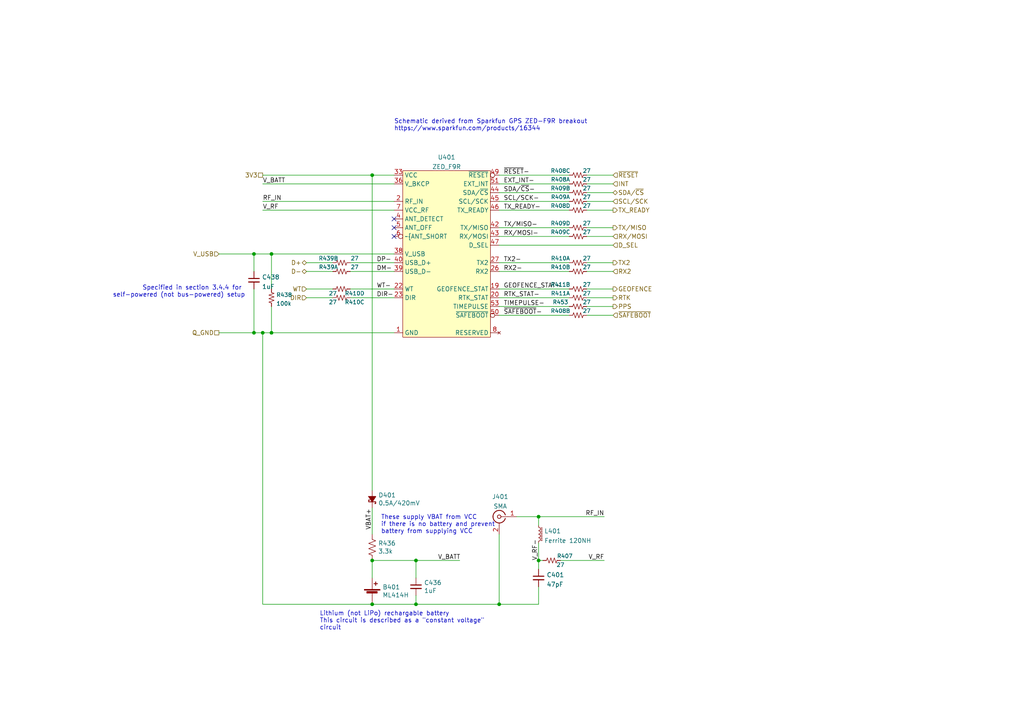
<source format=kicad_sch>
(kicad_sch (version 20211123) (generator eeschema)
  (paper "A4")
  (lib_symbols
    (symbol "Connector:Conn_Coaxial" (pin_names (offset 1.016) hide)
      (property "Reference" "J" (at 0.254 3.048 0))
      (property "Value" "Conn_Coaxial" (at 2.921 0 90))
      (symbol "Conn_Coaxial_0_1"
        (arc (start -1.778 -0.508) (mid 0.222 -1.808) (end 1.778 0) (stroke (width 0.254)))
        (polyline (pts (xy -2.54 0) (xy -0.508 0)))
        (polyline (pts (xy 0 -2.54) (xy 0 -1.778)))
        (circle (center 0 0) (radius 0.508) (stroke (width 0.2032)))
        (arc (start 1.778 0) (mid 0.222 1.8083) (end -1.778 0.508) (stroke (width 0.254)))
      )
      (symbol "Conn_Coaxial_1_1"
        (pin passive line (at -5.08 0 0) (length 2.54) (name "In") (number "1"))
        (pin passive line (at 0 -5.08 90) (length 2.54) (name "Ext") (number "2"))
      )
    )
    (symbol "Device:Battery_Cell" (pin_numbers hide) (pin_names (offset 0) hide)
      (property "Reference" "BT" (at 2.54 2.54 0))
      (property "Value" "Battery_Cell" (at 2.54 0 0))
      (symbol "Battery_Cell_0_1"
        (rectangle (start -2.286 1.778) (end 2.286 1.524) (fill (type outline)))
        (rectangle (start -1.5748 1.1938) (end 1.4732 0.6858) (fill (type outline)))
        (polyline (pts (xy 0 0.762) (xy 0 0)))
        (polyline (pts (xy 0 1.778) (xy 0 2.54)))
        (polyline (pts (xy 0.508 3.429) (xy 1.524 3.429)) (stroke (width 0.254)))
        (polyline (pts (xy 1.016 3.937) (xy 1.016 2.921)) (stroke (width 0.254)))
      )
      (symbol "Battery_Cell_1_1"
        (pin passive line (at 0 5.08 270) (length 2.54) (name "+") (number "1"))
        (pin passive line (at 0 -2.54 90) (length 2.54) (name "-") (number "2"))
      )
    )
    (symbol "Device:C_Small" (pin_numbers hide) (pin_names (offset 0.254) hide)
      (property "Reference" "C" (at 0.254 1.778 0))
      (property "Value" "C_Small" (at 0.254 -2.032 0))
      (symbol "C_Small_0_1"
        (polyline (pts (xy -1.524 -0.508) (xy 1.524 -0.508)) (stroke (width 0.3302)))
        (polyline (pts (xy -1.524 0.508) (xy 1.524 0.508)) (stroke (width 0.3048)))
      )
      (symbol "C_Small_1_1"
        (pin passive line (at 0 2.54 270) (length 2.032) (name "~") (number "1"))
        (pin passive line (at 0 -2.54 90) (length 2.032) (name "~") (number "2"))
      )
    )
    (symbol "Device:D_Schottky_Small_Filled" (pin_numbers hide) (pin_names (offset 0.254) hide)
      (property "Reference" "D" (at -1.27 2.032 0))
      (property "Value" "D_Schottky_Small_Filled" (at -7.112 -2.032 0))
      (symbol "D_Schottky_Small_Filled_0_1"
        (polyline (pts (xy -0.762 0) (xy 0.762 0)))
        (polyline (pts (xy 0.762 -1.016) (xy -0.762 0) (xy 0.762 1.016) (xy 0.762 -1.016)) (stroke (width 0.254)) (fill (type outline)))
        (polyline (pts (xy -1.27 0.762) (xy -1.27 1.016) (xy -0.762 1.016) (xy -0.762 -1.016) (xy -0.254 -1.016) (xy -0.254 -0.762)) (stroke (width 0.254)))
      )
      (symbol "D_Schottky_Small_Filled_1_1"
        (pin passive line (at -2.54 0 0) (length 1.778) (name "K") (number "1"))
        (pin passive line (at 2.54 0 180) (length 1.778) (name "A") (number "2"))
      )
    )
    (symbol "Device:L_Ferrite_Small" (pin_numbers hide) (pin_names (offset 0.254) hide)
      (property "Reference" "L" (at 1.27 1.016 0))
      (property "Value" "L_Ferrite_Small" (at 1.27 -1.27 0))
      (symbol "L_Ferrite_Small_0_1"
        (arc (start 0 -2.032) (mid 0.508 -1.524) (end 0 -1.016))
        (arc (start 0 -1.016) (mid 0.508 -0.508) (end 0 0))
        (polyline (pts (xy 0.762 -1.905) (xy 0.762 -1.651)))
        (polyline (pts (xy 0.762 -1.397) (xy 0.762 -1.143)))
        (polyline (pts (xy 0.762 -0.889) (xy 0.762 -0.635)))
        (polyline (pts (xy 0.762 -0.381) (xy 0.762 -0.127)))
        (polyline (pts (xy 0.762 0.127) (xy 0.762 0.381)))
        (polyline (pts (xy 0.762 0.635) (xy 0.762 0.889)))
        (polyline (pts (xy 0.762 1.143) (xy 0.762 1.397)))
        (polyline (pts (xy 0.762 1.651) (xy 0.762 1.905)))
        (polyline (pts (xy 1.016 -1.651) (xy 1.016 -1.905)))
        (polyline (pts (xy 1.016 -1.143) (xy 1.016 -1.397)))
        (polyline (pts (xy 1.016 -0.635) (xy 1.016 -0.889)))
        (polyline (pts (xy 1.016 -0.127) (xy 1.016 -0.381)))
        (polyline (pts (xy 1.016 0.381) (xy 1.016 0.127)))
        (polyline (pts (xy 1.016 0.889) (xy 1.016 0.635)))
        (polyline (pts (xy 1.016 1.397) (xy 1.016 1.143)))
        (polyline (pts (xy 1.016 1.905) (xy 1.016 1.651)))
        (arc (start 0 0) (mid 0.508 0.508) (end 0 1.016))
        (arc (start 0 1.016) (mid 0.508 1.524) (end 0 2.032))
      )
      (symbol "L_Ferrite_Small_1_1"
        (pin passive line (at 0 2.54 270) (length 0.508) (name "~") (number "1"))
        (pin passive line (at 0 -2.54 90) (length 0.508) (name "~") (number "2"))
      )
    )
    (symbol "Device:R_US" (pin_numbers hide) (pin_names (offset 0))
      (property "Reference" "R" (at 2.54 0 90))
      (property "Value" "R_US" (at -2.54 0 90))
      (symbol "R_US_0_1"
        (polyline (pts (xy 0 -2.286) (xy 0 -2.54)))
        (polyline (pts (xy 0 2.286) (xy 0 2.54)))
        (polyline (pts (xy 0 -0.762) (xy 1.016 -1.143) (xy 0 -1.524) (xy -1.016 -1.905) (xy 0 -2.286)))
        (polyline (pts (xy 0 0.762) (xy 1.016 0.381) (xy 0 0) (xy -1.016 -0.381) (xy 0 -0.762)))
        (polyline (pts (xy 0 2.286) (xy 1.016 1.905) (xy 0 1.524) (xy -1.016 1.143) (xy 0 0.762)))
      )
      (symbol "R_US_1_1"
        (pin passive line (at 0 3.81 270) (length 1.27) (name "~") (number "1"))
        (pin passive line (at 0 -3.81 90) (length 1.27) (name "~") (number "2"))
      )
    )
    (symbol "KwanSystems:RESISTOR" (pin_numbers hide) (pin_names (offset 1.016) hide)
      (property "Reference" "R" (at -1.27 1.27 0))
      (property "Value" "RESISTOR" (at -1.27 -2.54 0))
      (symbol "RESISTOR_0_1"
        (polyline (pts (xy 0 0) (xy -0.254 0.762) (xy -0.762 -0.762) (xy -1.27 0.762) (xy -1.524 0)))
        (polyline (pts (xy 0 0) (xy 0.254 -0.762) (xy 0.762 0.762) (xy 1.27 -0.762) (xy 1.524 0)))
      )
      (symbol "RESISTOR_1_1"
        (pin passive line (at -2.54 0 0) (length 0.9906) (name "1") (number "1"))
        (pin passive line (at 2.54 0 180) (length 0.9906) (name "2") (number "2"))
      )
    )
    (symbol "KwanSystems:RP2" (pin_numbers hide) (pin_names (offset 0) hide)
      (property "Reference" "R" (at -1.27 1.27 0))
      (property "Value" "RP2" (at -1.27 -2.54 0))
      (symbol "RP2_0_1"
        (polyline (pts (xy 0 0) (xy -0.254 0.762) (xy -0.762 -0.762) (xy -1.27 0.762) (xy -1.524 0)))
        (polyline (pts (xy 0 0) (xy 0.254 -0.762) (xy 0.762 0.762) (xy 1.27 -0.762) (xy 1.524 0)))
      )
      (symbol "RP2_1_1"
        (pin passive line (at -2.54 0 0) (length 0.9906) (name "4") (number "1"))
        (pin passive line (at 2.54 0 180) (length 0.9906) (name "3") (number "4"))
      )
      (symbol "RP2_2_1"
        (pin passive line (at -2.54 0 0) (length 0.9906) (name "4") (number "2"))
        (pin passive line (at 2.54 0 180) (length 0.9906) (name "3") (number "3"))
      )
    )
    (symbol "KwanSystems:RP4" (pin_numbers hide) (pin_names (offset 0) hide)
      (property "Reference" "R" (at -1.27 1.27 0))
      (property "Value" "RP4" (at -1.27 -2.54 0))
      (symbol "RP4_0_1"
        (polyline (pts (xy 0 0) (xy -0.254 0.762) (xy -0.762 -0.762) (xy -1.27 0.762) (xy -1.524 0)))
        (polyline (pts (xy 0 0) (xy 0.254 -0.762) (xy 0.762 0.762) (xy 1.27 -0.762) (xy 1.524 0)))
      )
      (symbol "RP4_1_1"
        (pin passive line (at -2.54 0 0) (length 0.9906) (name "4") (number "1"))
        (pin passive line (at 2.54 0 180) (length 0.9906) (name "5") (number "8"))
      )
      (symbol "RP4_2_1"
        (pin passive line (at -2.54 0 0) (length 0.9906) (name "4") (number "2"))
        (pin passive line (at 2.54 0 180) (length 0.9906) (name "5") (number "7"))
      )
      (symbol "RP4_3_1"
        (pin passive line (at -2.54 0 0) (length 0.9906) (name "4") (number "3"))
        (pin passive line (at 2.54 0 180) (length 0.9906) (name "5") (number "6"))
      )
      (symbol "RP4_4_1"
        (pin passive line (at -2.54 0 0) (length 0.9906) (name "4") (number "4"))
        (pin passive line (at 2.54 0 180) (length 0.9906) (name "5") (number "5"))
      )
    )
    (symbol "KwanSystems:ZED_F9R"
      (property "Reference" "U401" (at 0 17.8857 0))
      (property "Value" "ZED_F9R" (at 0 15.1106 0))
      (symbol "ZED_F9R_0_1"
        (rectangle (start -12.7 13.97) (end 12.7 -34.29) (stroke (width 0.1524)) (fill (type background)))
      )
      (symbol "ZED_F9R_1_1"
        (pin passive line (at -15.24 -33.02 0) (length 2.54) (name "GND") (number "1"))
        (pin no_connect line (at 15.24 -33.02 180) (length 2.54) hide (name "RESERVED") (number "10"))
        (pin no_connect line (at 15.24 -33.02 180) (length 2.54) hide (name "RESERVED") (number "11"))
        (pin passive line (at -15.24 -33.02 0) (length 2.54) hide (name "GND") (number "12"))
        (pin no_connect line (at 15.24 -33.02 180) (length 2.54) hide (name "RESERVED") (number "13"))
        (pin passive line (at -15.24 -33.02 0) (length 2.54) hide (name "GND") (number "14"))
        (pin no_connect line (at 15.24 -33.02 180) (length 2.54) hide (name "RESERVED") (number "15"))
        (pin no_connect line (at 15.24 -33.02 180) (length 2.54) hide (name "RESERVED") (number "16"))
        (pin no_connect line (at 15.24 -33.02 180) (length 2.54) hide (name "RESERVED") (number "17"))
        (pin no_connect line (at 15.24 -33.02 180) (length 2.54) hide (name "RESERVED") (number "18"))
        (pin output line (at 15.24 -20.32 180) (length 2.54) (name "GEOFENCE_STAT") (number "19"))
        (pin input line (at -15.24 5.08 0) (length 2.54) (name "RF_IN") (number "2"))
        (pin output line (at 15.24 -22.86 180) (length 2.54) (name "RTK_STAT") (number "20"))
        (pin no_connect line (at 15.24 -33.02 180) (length 2.54) hide (name "RESERVED") (number "21"))
        (pin input line (at -15.24 -20.32 0) (length 2.54) (name "WT") (number "22"))
        (pin input line (at -15.24 -22.86 0) (length 2.54) (name "DIR") (number "23"))
        (pin no_connect line (at 15.24 -33.02 180) (length 2.54) hide (name "RESERVED") (number "24"))
        (pin no_connect line (at 15.24 -33.02 180) (length 2.54) hide (name "RESERVED") (number "25"))
        (pin input line (at 15.24 -15.24 180) (length 2.54) (name "RX2") (number "26"))
        (pin output line (at 15.24 -12.7 180) (length 2.54) (name "TX2") (number "27"))
        (pin no_connect line (at 15.24 -33.02 180) (length 2.54) hide (name "RESERVED") (number "28"))
        (pin no_connect line (at 15.24 -33.02 180) (length 2.54) hide (name "RESERVED") (number "29"))
        (pin passive line (at -15.24 -33.02 0) (length 2.54) hide (name "GND") (number "3"))
        (pin no_connect line (at 15.24 -33.02 180) (length 2.54) hide (name "RESERVED") (number "30"))
        (pin no_connect line (at 15.24 -33.02 180) (length 2.54) hide (name "RESERVED") (number "31"))
        (pin passive line (at -15.24 -33.02 0) (length 2.54) hide (name "GND") (number "32"))
        (pin passive line (at -15.24 12.7 0) (length 2.54) (name "VCC") (number "33"))
        (pin passive line (at -15.24 12.7 0) (length 2.54) hide (name "VCC") (number "34"))
        (pin no_connect line (at 15.24 -33.02 180) (length 2.54) hide (name "RESERVED") (number "35"))
        (pin passive line (at -15.24 10.16 0) (length 2.54) (name "V_BKCP") (number "36"))
        (pin passive line (at -15.24 -33.02 0) (length 2.54) hide (name "GND") (number "37"))
        (pin input line (at -15.24 -10.16 0) (length 2.54) (name "V_USB") (number "38"))
        (pin bidirectional line (at -15.24 -15.24 0) (length 2.54) (name "USB_D-") (number "39"))
        (pin input line (at -15.24 0 0) (length 2.54) (name "ANT_DETECT") (number "4"))
        (pin bidirectional line (at -15.24 -12.7 0) (length 2.54) (name "USB_D+") (number "40"))
        (pin passive line (at -15.24 -33.02 0) (length 2.54) hide (name "GND") (number "41"))
        (pin output line (at 15.24 -2.54 180) (length 2.54) (name "TX/MISO") (number "42"))
        (pin input line (at 15.24 -5.08 180) (length 2.54) (name "RX/MOSI") (number "43"))
        (pin bidirectional line (at 15.24 7.62 180) (length 2.54) (name "SDA/~{CS}") (number "44"))
        (pin bidirectional line (at 15.24 5.08 180) (length 2.54) (name "SCL/SCK") (number "45"))
        (pin output line (at 15.24 2.54 180) (length 2.54) (name "TX_READY") (number "46"))
        (pin input line (at 15.24 -7.62 180) (length 2.54) (name "D_SEL") (number "47"))
        (pin passive line (at -15.24 -33.02 0) (length 2.54) hide (name "GND") (number "48"))
        (pin input inverted (at 15.24 12.7 180) (length 2.54) (name "~{RESET}") (number "49"))
        (pin output line (at -15.24 -2.54 0) (length 2.54) (name "ANT_OFF") (number "5"))
        (pin input inverted (at 15.24 -27.94 180) (length 2.54) (name "~{SAFEBOOT}") (number "50"))
        (pin input line (at 15.24 10.16 180) (length 2.54) (name "EXT_INT") (number "51"))
        (pin no_connect line (at 15.24 -33.02 180) (length 2.54) hide (name "RESERVED") (number "52"))
        (pin output line (at 15.24 -25.4 180) (length 2.54) (name "TIMEPULSE") (number "53"))
        (pin no_connect line (at 15.24 -33.02 180) (length 2.54) hide (name "RESERVED") (number "54"))
        (pin input inverted (at -15.24 -5.08 0) (length 2.54) (name "~{ANT_SHORT") (number "6"))
        (pin output line (at -15.24 2.54 0) (length 2.54) (name "VCC_RF") (number "7"))
        (pin no_connect line (at 15.24 -33.02 180) (length 2.54) (name "RESERVED") (number "8"))
        (pin no_connect line (at 15.24 -33.02 180) (length 2.54) hide (name "RESERVED") (number "9"))
        (pin passive line (at -15.24 -33.02 0) (length 2.54) hide (name "GND") (number "PAD"))
      )
    )
  )
  (junction (at 156.21 162.56))
  (junction (at 73.66 96.52))
  (junction (at 107.95 175.26))
  (junction (at 107.95 162.56))
  (junction (at 120.65 162.56))
  (junction (at 120.65 175.26))
  (junction (at 107.95 50.8))
  (junction (at 76.2 96.52))
  (junction (at 156.21 149.86))
  (junction (at 78.74 73.66))
  (junction (at 73.66 73.66))
  (junction (at 144.78 175.26))
  (junction (at 78.74 96.52))
  (no_connect (at 114.3 68.58))
  (no_connect (at 114.3 63.5))
  (no_connect (at 114.3 66.04))
  (wire (pts (xy 107.95 50.8) (xy 114.3 50.8)))
  (wire (pts (xy 170.18 50.8) (xy 177.8 50.8)))
  (wire (pts (xy 78.74 88.9) (xy 78.74 96.52)))
  (wire (pts (xy 76.2 96.52) (xy 78.74 96.52)))
  (wire (pts (xy 170.18 68.58) (xy 177.8 68.58)))
  (wire (pts (xy 88.9 83.82) (xy 96.52 83.82)))
  (wire (pts (xy 165.1 86.36) (xy 144.78 86.36)))
  (wire (pts (xy 63.5 73.66) (xy 73.66 73.66)))
  (wire (pts (xy 78.74 73.66) (xy 78.74 83.82)))
  (wire (pts (xy 170.18 60.96) (xy 177.8 60.96)))
  (wire (pts (xy 144.78 71.12) (xy 177.8 71.12)))
  (wire (pts (xy 165.1 78.74) (xy 144.78 78.74)))
  (wire (pts (xy 76.2 53.34) (xy 114.3 53.34)))
  (wire (pts (xy 170.18 86.36) (xy 177.8 86.36)))
  (wire (pts (xy 63.5 96.52) (xy 73.66 96.52)))
  (wire (pts (xy 170.18 55.88) (xy 177.8 55.88)))
  (wire (pts (xy 120.65 162.56) (xy 133.35 162.56)))
  (wire (pts (xy 170.18 58.42) (xy 177.8 58.42)))
  (wire (pts (xy 144.78 60.96) (xy 165.1 60.96)))
  (wire (pts (xy 157.48 162.56) (xy 156.21 162.56)))
  (wire (pts (xy 114.3 76.2) (xy 101.6 76.2)))
  (wire (pts (xy 78.74 73.66) (xy 114.3 73.66)))
  (wire (pts (xy 144.78 68.58) (xy 165.1 68.58)))
  (wire (pts (xy 170.18 53.34) (xy 177.8 53.34)))
  (wire (pts (xy 170.18 91.44) (xy 177.8 91.44)))
  (wire (pts (xy 107.95 50.8) (xy 107.95 142.24)))
  (wire (pts (xy 170.18 76.2) (xy 177.8 76.2)))
  (wire (pts (xy 78.74 96.52) (xy 114.3 96.52)))
  (wire (pts (xy 170.18 83.82) (xy 177.8 83.82)))
  (wire (pts (xy 149.86 149.86) (xy 156.21 149.86)))
  (wire (pts (xy 162.56 162.56) (xy 175.26 162.56)))
  (wire (pts (xy 120.65 175.26) (xy 120.65 172.72)))
  (wire (pts (xy 88.9 76.2) (xy 96.52 76.2)))
  (wire (pts (xy 165.1 88.9) (xy 144.78 88.9)))
  (wire (pts (xy 76.2 60.96) (xy 114.3 60.96)))
  (wire (pts (xy 73.66 73.66) (xy 73.66 78.74)))
  (wire (pts (xy 73.66 83.82) (xy 73.66 96.52)))
  (wire (pts (xy 156.21 162.56) (xy 156.21 157.48)))
  (wire (pts (xy 88.9 86.36) (xy 96.52 86.36)))
  (wire (pts (xy 107.95 147.32) (xy 107.95 154.94)))
  (wire (pts (xy 114.3 83.82) (xy 101.6 83.82)))
  (wire (pts (xy 156.21 149.86) (xy 175.26 149.86)))
  (wire (pts (xy 120.65 162.56) (xy 120.65 167.64)))
  (wire (pts (xy 165.1 83.82) (xy 144.78 83.82)))
  (wire (pts (xy 156.21 175.26) (xy 144.78 175.26)))
  (wire (pts (xy 73.66 96.52) (xy 76.2 96.52)))
  (wire (pts (xy 107.95 167.64) (xy 107.95 162.56)))
  (wire (pts (xy 73.66 73.66) (xy 78.74 73.66)))
  (wire (pts (xy 170.18 88.9) (xy 177.8 88.9)))
  (wire (pts (xy 156.21 170.18) (xy 156.21 175.26)))
  (wire (pts (xy 144.78 58.42) (xy 165.1 58.42)))
  (wire (pts (xy 107.95 162.56) (xy 120.65 162.56)))
  (wire (pts (xy 120.65 175.26) (xy 144.78 175.26)))
  (wire (pts (xy 76.2 175.26) (xy 107.95 175.26)))
  (wire (pts (xy 156.21 152.4) (xy 156.21 149.86)))
  (wire (pts (xy 114.3 78.74) (xy 101.6 78.74)))
  (wire (pts (xy 76.2 96.52) (xy 76.2 175.26)))
  (wire (pts (xy 170.18 78.74) (xy 177.8 78.74)))
  (wire (pts (xy 107.95 175.26) (xy 120.65 175.26)))
  (wire (pts (xy 144.78 55.88) (xy 165.1 55.88)))
  (wire (pts (xy 165.1 76.2) (xy 144.78 76.2)))
  (wire (pts (xy 76.2 50.8) (xy 107.95 50.8)))
  (wire (pts (xy 76.2 58.42) (xy 114.3 58.42)))
  (wire (pts (xy 144.78 175.26) (xy 144.78 154.94)))
  (wire (pts (xy 144.78 50.8) (xy 165.1 50.8)))
  (wire (pts (xy 156.21 165.1) (xy 156.21 162.56)))
  (wire (pts (xy 144.78 53.34) (xy 165.1 53.34)))
  (wire (pts (xy 114.3 86.36) (xy 101.6 86.36)))
  (wire (pts (xy 144.78 91.44) (xy 165.1 91.44)))
  (wire (pts (xy 170.18 66.04) (xy 177.8 66.04)))
  (wire (pts (xy 144.78 66.04) (xy 165.1 66.04)))
  (wire (pts (xy 88.9 78.74) (xy 96.52 78.74)))
  (text "Schematic derived from Sparkfun GPS ZED-F9R breakout\nhttps://www.sparkfun.com/products/16344" (at 114.3 38.1 0) (effects (font (size 1.27 1.27)) (justify left bottom)))
  (text "Lithium (not LiPo) rechargable battery\nThis circuit is described as a \"constant voltage\"\ncircuit" (at 92.71 182.88 0) (effects (font (size 1.27 1.27)) (justify left bottom)))
  (text "These supply VBAT from VCC\nif there is no battery and prevent\nbattery from supplying VCC" (at 110.49 154.94 0) (effects (font (size 1.27 1.27)) (justify left bottom)))
  (text "Specified in section 3.4.4 for \nself-powered (not bus-powered) setup" (at 71.12 86.36 0) (effects (font (size 1.27 1.27)) (justify right bottom)))
  (label "~{SAFEBOOT}-" (at 146.05 91.44 0))
  (label "V_RF-" (at 156.21 162.56 90))
  (label "V_RF" (at 175.26 162.56 180))
  (label "RX2-" (at 146.05 78.74 0))
  (label "TX2-" (at 146.05 76.2 0))
  (label "RF_IN" (at 76.2 58.42 0))
  (label "VBAT+" (at 107.95 153.67 90))
  (label "WT-" (at 109.22 83.82 0))
  (label "RX{slash}MOSI-" (at 146.05 68.58 0))
  (label "TIMEPULSE-" (at 146.05 88.9 0))
  (label "TX_READY-" (at 146.05 60.96 0))
  (label "DP-" (at 109.22 76.2 0))
  (label "DM-" (at 109.22 78.74 0))
  (label "SDA{slash}~{CS}-" (at 146.05 55.88 0))
  (label "TX{slash}MISO-" (at 146.05 66.04 0))
  (label "V_RF" (at 76.2 60.96 0))
  (label "RF_IN" (at 175.26 149.86 180))
  (label "GEOFENCE_STAT-" (at 146.05 83.82 0))
  (label "~{RESET}-" (at 146.05 50.8 0))
  (label "V_BATT" (at 127 162.56 0))
  (label "EXT_INT-" (at 146.05 53.34 0))
  (label "DIR-" (at 109.22 86.36 0))
  (label "V_BATT" (at 76.2 53.34 0))
  (label "SCL{slash}SCK-" (at 146.05 58.42 0))
  (label "RTK_STAT-" (at 146.05 86.36 0))
  (hierarchical_label "TX_READY" (shape output) (at 177.8 60.96 0))
  (hierarchical_label "PPS" (shape output) (at 177.8 88.9 0))
  (hierarchical_label "INT" (shape input) (at 177.8 53.34 0))
  (hierarchical_label "WT" (shape input) (at 88.9 83.82 180))
  (hierarchical_label "~{SAFEBOOT}" (shape input) (at 177.8 91.44 0))
  (hierarchical_label "~{RESET}" (shape input) (at 177.8 50.8 0))
  (hierarchical_label "TX{slash}MISO" (shape output) (at 177.8 66.04 0))
  (hierarchical_label "RTK" (shape output) (at 177.8 86.36 0))
  (hierarchical_label "D+" (shape bidirectional) (at 88.9 76.2 180))
  (hierarchical_label "3V3" (shape passive) (at 76.2 50.8 180))
  (hierarchical_label "TX2" (shape output) (at 177.8 76.2 0))
  (hierarchical_label "DIR" (shape input) (at 88.9 86.36 180))
  (hierarchical_label "D-" (shape bidirectional) (at 88.9 78.74 180))
  (hierarchical_label "GEOFENCE" (shape output) (at 177.8 83.82 0))
  (hierarchical_label "Q_GND" (shape passive) (at 63.5 96.52 180))
  (hierarchical_label "SDA{slash}~{CS}" (shape bidirectional) (at 177.8 55.88 0))
  (hierarchical_label "RX{slash}MOSI" (shape input) (at 177.8 68.58 0))
  (hierarchical_label "V_USB" (shape input) (at 63.5 73.66 180))
  (hierarchical_label "SCL{slash}SCK" (shape input) (at 177.8 58.42 0))
  (hierarchical_label "D_SEL" (shape input) (at 177.8 71.12 0))
  (hierarchical_label "RX2" (shape input) (at 177.8 78.74 0))
  (symbol (lib_id "KwanSystems:RP4") (at 167.64 60.96 0) (unit 4)
    (property "Reference" "R408" (at 162.56 59.69 0) (effects (font (size 1.143 1.143))))
    (property "Value" "27" (at 170.18 59.69 0) (effects (font (size 1.143 1.143))))
    (property "Footprint" "KwanSystems:R_Array_Convex_4x0402" (effects hide))
  )
  (symbol (lib_id "Device:C_Small") (at 120.65 170.18 0) (unit 1)
    (property "Reference" "C436" (at 122.9868 169.0116 0) (effects (justify left)))
    (property "Value" "1uF" (at 122.9868 171.323 0) (effects (justify left)))
    (property "Footprint" "Capacitor_SMD:C_0402_1005Metric" (effects hide))
    (property "Datasheet" "https://product.tdk.com/info/en/catalog/datasheets/mlcc_commercial_general_en.pdf" (effects hide))
    (property "Purpose" "Battery Bypass" (effects hide))
  )
  (symbol (lib_id "KwanSystems:RP4") (at 99.06 86.36 180) (unit 3)
    (property "Reference" "R410" (at 102.87 87.63 0) (effects (font (size 1.143 1.143))))
    (property "Value" "27" (at 96.52 87.63 0) (effects (font (size 1.143 1.143))))
    (property "Footprint" "KwanSystems:R_Array_Convex_4x0402" (effects hide))
  )
  (symbol (lib_id "KwanSystems:RP4") (at 167.64 76.2 0) (unit 1)
    (property "Reference" "R410" (at 162.56 74.93 0) (effects (font (size 1.143 1.143))))
    (property "Value" "27" (at 170.18 74.93 0) (effects (font (size 1.143 1.143))))
    (property "Footprint" "KwanSystems:R_Array_Convex_4x0402" (effects hide))
  )
  (symbol (lib_id "KwanSystems:RP2") (at 167.64 83.82 0) (unit 2)
    (property "Reference" "R411" (at 162.56 82.55 0) (effects (font (size 1.143 1.143))))
    (property "Value" "27" (at 170.18 82.55 0) (effects (font (size 1.143 1.143))))
    (property "Footprint" "KwanSystems:R_Array_Convex_2x0402" (effects hide))
  )
  (symbol (lib_id "KwanSystems:RP4") (at 167.64 53.34 0) (unit 1)
    (property "Reference" "R408" (at 162.56 52.07 0) (effects (font (size 1.143 1.143))))
    (property "Value" "27" (at 170.18 52.07 0) (effects (font (size 1.143 1.143))))
    (property "Footprint" "KwanSystems:R_Array_Convex_4x0402" (effects hide))
  )
  (symbol (lib_id "KwanSystems:RP4") (at 167.64 66.04 0) (unit 4)
    (property "Reference" "R409" (at 162.56 64.77 0) (effects (font (size 1.143 1.143))))
    (property "Value" "27" (at 170.18 64.77 0) (effects (font (size 1.143 1.143))))
    (property "Footprint" "KwanSystems:R_Array_Convex_4x0402" (effects hide))
  )
  (symbol (lib_id "Device:L_Ferrite_Small") (at 156.21 154.94 0) (unit 1)
    (property "Reference" "L401" (at 157.861 154.0315 0) (effects (justify left)))
    (property "Value" "Ferrite 120NH" (at 157.861 156.8066 0) (effects (justify left)))
    (property "Footprint" "Inductor_SMD:L_0402_1005Metric" (effects hide))
  )
  (symbol (lib_id "KwanSystems:RP4") (at 167.64 78.74 0) (unit 2)
    (property "Reference" "R410" (at 162.56 77.47 0) (effects (font (size 1.143 1.143))))
    (property "Value" "27" (at 170.18 77.47 0) (effects (font (size 1.143 1.143))))
    (property "Footprint" "KwanSystems:R_Array_Convex_4x0402" (effects hide))
  )
  (symbol (lib_id "KwanSystems:RP2") (at 99.06 78.74 0) (unit 1)
    (property "Reference" "R439" (at 95.25 77.47 0) (effects (font (size 1.143 1.143))))
    (property "Value" "27" (at 102.87 77.47 0) (effects (font (size 1.143 1.143))))
    (property "Footprint" "KwanSystems:R_Array_Convex_2x0402" (effects hide))
    (property "Purpose" "USB ballast" (effects hide))
  )
  (symbol (lib_id "Connector:Conn_Coaxial") (at 144.78 149.86 0) (mirror y) (unit 1)
    (property "Reference" "J401" (at 145.0974 144.0669 0))
    (property "Value" "SMA" (at 145.0974 146.842 0))
    (property "Footprint" "KwanSystems:SMA-EDGE" (effects hide))
    (property "Datasheet" " ~" (effects hide))
    (property "Purpose" "Antenna connector" (effects hide))
  )
  (symbol (lib_id "Device:R_US") (at 107.95 158.75 0) (unit 1)
    (property "Reference" "R436" (at 109.6772 157.5816 0) (effects (justify left)))
    (property "Value" "3.3k" (at 109.6772 159.893 0) (effects (justify left)))
    (property "Footprint" "Resistor_SMD:R_0402_1005Metric" (effects hide))
    (property "Datasheet" "https://b2b-api.panasonic.eu/file_stream/pids/fileversion/1242" (effects hide))
    (property "Max Voltage" "63mW" (effects hide))
    (property "Precision" "1%" (effects hide))
    (property "Purpose" "Li Battery recharge current limit" (effects hide))
  )
  (symbol (lib_id "KwanSystems:RP2") (at 167.64 86.36 0) (unit 1)
    (property "Reference" "R411" (at 162.56 85.09 0) (effects (font (size 1.143 1.143))))
    (property "Value" "27" (at 170.18 85.09 0) (effects (font (size 1.143 1.143))))
    (property "Footprint" "KwanSystems:R_Array_Convex_2x0402" (effects hide))
  )
  (symbol (lib_id "Device:C_Small") (at 156.21 167.64 0) (unit 1)
    (property "Reference" "C401" (at 158.5341 166.7378 0) (effects (justify left)))
    (property "Value" "47pF" (at 158.5341 169.5129 0) (effects (justify left)))
    (property "Footprint" "Capacitor_SMD:C_0402_1005Metric" (effects hide))
  )
  (symbol (lib_id "KwanSystems:RP4") (at 167.64 55.88 0) (unit 2)
    (property "Reference" "R409" (at 162.56 54.61 0) (effects (font (size 1.143 1.143))))
    (property "Value" "27" (at 170.18 54.61 0) (effects (font (size 1.143 1.143))))
    (property "Footprint" "KwanSystems:R_Array_Convex_4x0402" (effects hide))
  )
  (symbol (lib_id "KwanSystems:RP4") (at 167.64 58.42 0) (unit 1)
    (property "Reference" "R409" (at 162.56 57.15 0) (effects (font (size 1.143 1.143))))
    (property "Value" "27" (at 170.18 57.15 0) (effects (font (size 1.143 1.143))))
    (property "Footprint" "KwanSystems:R_Array_Convex_4x0402" (effects hide))
  )
  (symbol (lib_id "KwanSystems:RP4") (at 99.06 83.82 180) (unit 4)
    (property "Reference" "R410" (at 102.87 85.09 0) (effects (font (size 1.143 1.143))))
    (property "Value" "27" (at 96.52 85.09 0) (effects (font (size 1.143 1.143))))
    (property "Footprint" "KwanSystems:R_Array_Convex_4x0402" (effects hide))
  )
  (symbol (lib_id "KwanSystems:ZED_F9R") (at 129.54 63.5 0) (unit 1)
    (property "Reference" "U401" (at 129.54 45.6143 0))
    (property "Value" "ZED_F9R" (at 129.54 48.3894 0))
    (property "Footprint" "KwanSystems:ZED-F9x" (effects hide))
    (property "Purpose" "GPS Receiver" (effects hide))
    (property "Digikey" "672-ZED-F9R-02BCT-ND" (effects hide))
  )
  (symbol (lib_id "KwanSystems:RESISTOR") (at 160.02 162.56 0) (unit 1)
    (property "Reference" "R407" (at 163.83 161.29 0) (effects (font (size 1.143 1.143))))
    (property "Value" "27" (at 162.56 163.83 0) (effects (font (size 1.143 1.143))))
    (property "Footprint" "Resistor_SMD:R_0402_1005Metric" (effects hide))
  )
  (symbol (lib_id "Device:C_Small") (at 73.66 81.28 0) (unit 1)
    (property "Reference" "C438" (at 75.9841 80.3778 0) (effects (justify left)))
    (property "Value" "1uF" (at 75.9841 83.1529 0) (effects (justify left)))
    (property "Footprint" "Capacitor_SMD:C_0402_1005Metric" (effects hide))
    (property "Purpose" "V_USBDETECT capacitor" (effects hide))
  )
  (symbol (lib_id "KwanSystems:RESISTOR") (at 167.64 88.9 0) (unit 1)
    (property "Reference" "R453" (at 162.56 87.63 0) (effects (font (size 1.143 1.143))))
    (property "Value" "27" (at 170.18 87.63 0) (effects (font (size 1.143 1.143))))
    (property "Footprint" "Resistor_SMD:R_0402_1005Metric" (effects hide))
  )
  (symbol (lib_id "KwanSystems:RP4") (at 167.64 50.8 0) (unit 3)
    (property "Reference" "R408" (at 162.56 49.53 0) (effects (font (size 1.143 1.143))))
    (property "Value" "27" (at 170.18 49.53 0) (effects (font (size 1.143 1.143))))
    (property "Footprint" "KwanSystems:R_Array_Convex_4x0402" (effects hide))
  )
  (symbol (lib_id "KwanSystems:RP4") (at 167.64 91.44 0) (unit 2)
    (property "Reference" "R408" (at 162.56 90.17 0) (effects (font (size 1.143 1.143))))
    (property "Value" "27" (at 170.18 90.17 0) (effects (font (size 1.143 1.143))))
    (property "Footprint" "KwanSystems:R_Array_Convex_4x0402" (effects hide))
  )
  (symbol (lib_id "Device:Battery_Cell") (at 107.95 172.72 0) (unit 1)
    (property "Reference" "B401" (at 110.9472 170.2816 0) (effects (justify left)))
    (property "Value" "ML414H" (at 110.9472 172.593 0) (effects (justify left)))
    (property "Footprint" "KwanSystems:Coin_Cell_ML414H" (effects hide))
    (property "Datasheet" "https://media.digikey.com/PDF/Data%20Sheets/Seiko%20Instruments%20PDFs/ML414H_E.pdf" (effects hide))
    (property "Digikey" "728-1052-1-ND" (effects hide))
    (property "Purpose" "Lithium Rechargable GPS Memory Backup" (effects hide))
  )
  (symbol (lib_id "KwanSystems:RP2") (at 99.06 76.2 0) (unit 2)
    (property "Reference" "R439" (at 95.25 74.93 0) (effects (font (size 1.143 1.143))))
    (property "Value" "27" (at 102.87 74.93 0) (effects (font (size 1.143 1.143))))
    (property "Footprint" "KwanSystems:R_Array_Convex_2x0402" (effects hide))
    (property "Purpose" "USB ballast" (effects hide))
  )
  (symbol (lib_id "Device:D_Schottky_Small_Filled") (at 107.95 144.78 270) (mirror x) (unit 1)
    (property "Reference" "D401" (at 109.728 143.6116 90) (effects (justify left)))
    (property "Value" "0.5A/420mV" (at 109.728 145.923 90) (effects (justify left)))
    (property "Footprint" "Diode_SMD:D_0603_1608Metric" (effects hide))
    (property "Digikey" "641-1520-1-ND" (effects hide))
    (property "Purpose" "Battery reverse protection" (effects hide))
    (property "Max Voltage" "40V" (effects hide))
  )
  (symbol (lib_id "KwanSystems:RP4") (at 167.64 68.58 0) (unit 3)
    (property "Reference" "R409" (at 162.56 67.31 0) (effects (font (size 1.143 1.143))))
    (property "Value" "27" (at 170.18 67.31 0) (effects (font (size 1.143 1.143))))
    (property "Footprint" "KwanSystems:R_Array_Convex_4x0402" (effects hide))
  )
  (symbol (lib_id "KwanSystems:RESISTOR") (at 78.74 86.36 90) (unit 1)
    (property "Reference" "R438" (at 80.137 85.5297 90) (effects (font (size 1.143 1.143)) (justify right)))
    (property "Value" "100k" (at 80.137 88.0525 90) (effects (font (size 1.143 1.143)) (justify right)))
    (property "Footprint" "Resistor_SMD:R_0402_1005Metric" (effects hide))
    (property "Purpose" "V_USBDETECT resistor" (effects hide))
  )
)
</source>
